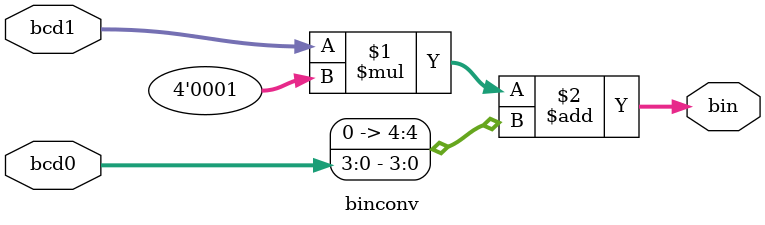
<source format=v>
module binconv (bcd1, bcd0, bin );
input wire[3:0] bcd1, bcd0;
output wire [4:0] bin;


assign bin = (bcd1 * 4'b0001) + {1'b0, bcd0};

endmodule 

</source>
